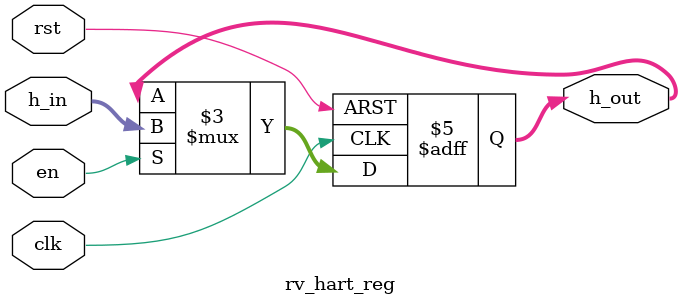
<source format=v>
module rv_hart_reg
#(
  parameter WIDTH=4
  )
(
  input clk,
  input rst,
  input en,
  input  [WIDTH - 1:0] h_in,
  output reg [WIDTH - 1:0] h_out
);

// reg [WIDTH-1:0] r_reg;
always@(posedge clk or negedge rst)
  begin
    if(!rst)
      h_out <= 0;
    else
      if(en) begin h_out <= h_in; end
    end

endmodule
</source>
